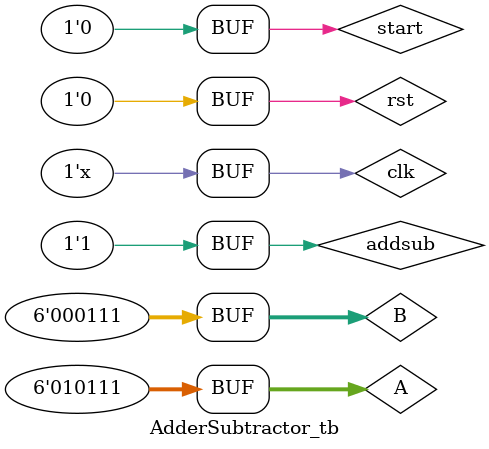
<source format=v>
`timescale 1ns/1ps

module AdderSubtractor_tb;
    reg [5:0] A;
    reg [5:0] B;
    reg rst;
    reg addsub;
    reg start;
    reg clk;

    wire [5:0] sum;
    wire cout;
    wire done;
    wire calculating;

    AdderSubtractor #(6) uut (
        .A(A),
        .B(B),
        .rst(rst),
        .addsub(addsub),
        .start(start),
        .clk(clk),
        .sum(sum),
        .cout(cout),
        .done(done),
        .calculating(calculating)
    );

    always #5 clk = ~clk;

    initial begin
        clk = 0;
        rst = 0;
        A = 0;
        B = 0;
        addsub = 0;
        start = 0;
        rst = 1;
        #30;
        rst = 0;

        A = 6'b000001; // A = 1
        B = 6'b000001; // B = 1
        addsub = 0;    // addition
        start = 1;
        #10;
        start = 0;
        #70;

        A = 6'b100011; // A = -29
        B = 6'b011010; // B = 26
        addsub = 0;        // addition
        start = 1;
        #10;
        start = 0;
        #70;

        A = 6'b010110; // A = 22
        B = 6'b001001; // B = 9
        addsub = 1;        // subtraction
        start = 1;
        #10;
        start = 0;
        #70;

        A = 6'b111111; // A = -1
        B = 6'b000001; // B = 1
        addsub = 0;        // addition
        start = 1;
        #10;
        start = 0;
        #70;

        A = 6'b011011; // A = 27
        B = 6'b010101; // B = 21
        addsub = 1;        // subtraction
        start = 1;
        #10;
        start = 0;
        #70;

        A = 6'b101101; // A = -19
        B = 6'b100110; // B = -26
        addsub = 0;        // addition
        start = 1;
        #10;
        start = 0;
        #70;

        A = 6'b000110; // A = 6
        B = 6'b000001; // B = 1
        addsub = 1;        // subtraction
        start = 1;
        #10;
        start = 0;
        #70;

        A = 6'b110001; // A = -31
        B = 6'b001001; // B = 9
        addsub = 1;        // subtraction
        start = 1;
        #10;
        start = 0;
        #70;

        A = 6'b101011; // A = -21
        B = 6'b011001; // B = 25
        addsub = 0;        // addition
        start = 1;
        #10;
        start = 0;
        #70;

        A = 6'b010111; // A = 23
        B = 6'b000111; // B = 7
        addsub = 1;        // subtraction
        start = 1;
        #10;
        start = 0;
        #70;
    end
endmodule

</source>
